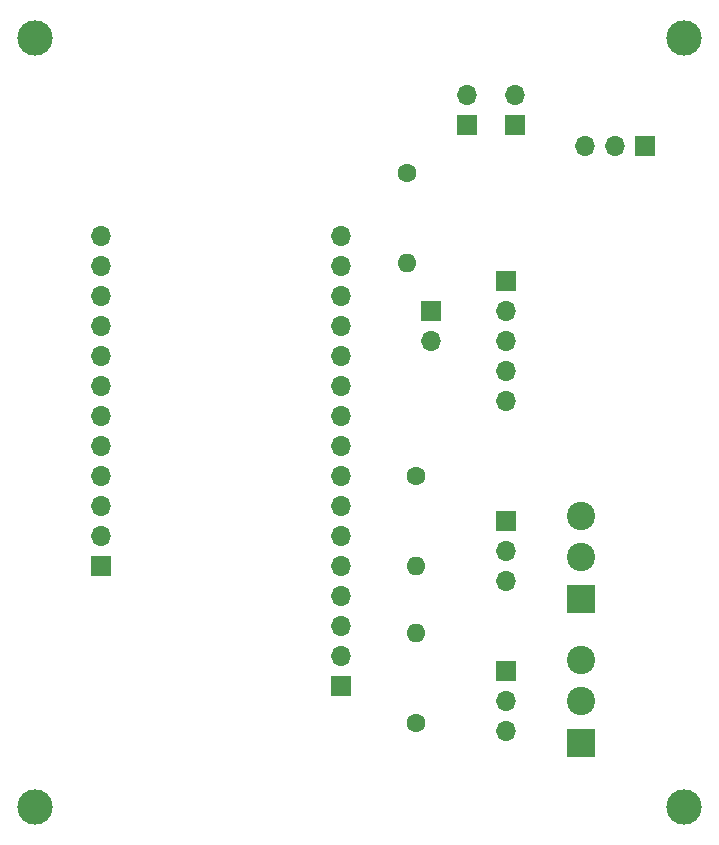
<source format=gbr>
G04 #@! TF.GenerationSoftware,KiCad,Pcbnew,5.0.2-bee76a0~70~ubuntu18.04.1*
G04 #@! TF.CreationDate,2019-07-28T20:07:08-04:00*
G04 #@! TF.ProjectId,knuth-gateway,6b6e7574-682d-4676-9174-657761792e6b,rev?*
G04 #@! TF.SameCoordinates,Original*
G04 #@! TF.FileFunction,Copper,L1,Top*
G04 #@! TF.FilePolarity,Positive*
%FSLAX46Y46*%
G04 Gerber Fmt 4.6, Leading zero omitted, Abs format (unit mm)*
G04 Created by KiCad (PCBNEW 5.0.2-bee76a0~70~ubuntu18.04.1) date Sun 28 Jul 2019 08:07:08 PM EDT*
%MOMM*%
%LPD*%
G01*
G04 APERTURE LIST*
G04 #@! TA.AperFunction,ComponentPad*
%ADD10R,1.700000X1.700000*%
G04 #@! TD*
G04 #@! TA.AperFunction,ComponentPad*
%ADD11O,1.700000X1.700000*%
G04 #@! TD*
G04 #@! TA.AperFunction,ComponentPad*
%ADD12O,1.600000X1.600000*%
G04 #@! TD*
G04 #@! TA.AperFunction,ComponentPad*
%ADD13C,1.600000*%
G04 #@! TD*
G04 #@! TA.AperFunction,ComponentPad*
%ADD14C,2.400000*%
G04 #@! TD*
G04 #@! TA.AperFunction,ComponentPad*
%ADD15R,2.400000X2.400000*%
G04 #@! TD*
G04 #@! TA.AperFunction,ViaPad*
%ADD16C,3.000000*%
G04 #@! TD*
G04 APERTURE END LIST*
D10*
G04 #@! TO.P,R_Delay1,1*
G04 #@! TO.N,GND*
X246380000Y-81280000D03*
D11*
G04 #@! TO.P,R_Delay1,2*
G04 #@! TO.N,Net-(R_Delay1-Pad2)*
X246380000Y-83820000D03*
G04 #@! TD*
D10*
G04 #@! TO.P,U4,1*
G04 #@! TO.N,SWITCHED_LOAD*
X252730000Y-78740000D03*
D11*
G04 #@! TO.P,U4,2*
G04 #@! TO.N,GND*
X252730000Y-81280000D03*
G04 #@! TO.P,U4,3*
G04 #@! TO.N,Net-(R_Delay1-Pad2)*
X252730000Y-83820000D03*
G04 #@! TO.P,U4,4*
G04 #@! TO.N,VBUS*
X252730000Y-86360000D03*
G04 #@! TO.P,U4,5*
G04 #@! TO.N,D10*
X252730000Y-88900000D03*
G04 #@! TD*
G04 #@! TO.P,1-Wire1,3*
G04 #@! TO.N,D5*
X252730000Y-116840000D03*
G04 #@! TO.P,1-Wire1,2*
G04 #@! TO.N,+3V3*
X252730000Y-114300000D03*
D10*
G04 #@! TO.P,1-Wire1,1*
G04 #@! TO.N,GND*
X252730000Y-111760000D03*
G04 #@! TD*
G04 #@! TO.P,EC-5,1*
G04 #@! TO.N,A0*
X252730000Y-99060000D03*
D11*
G04 #@! TO.P,EC-5,2*
G04 #@! TO.N,GND*
X252730000Y-101600000D03*
G04 #@! TO.P,EC-5,3*
G04 #@! TO.N,+3V3*
X252730000Y-104140000D03*
G04 #@! TD*
D10*
G04 #@! TO.P,J1,1*
G04 #@! TO.N,N/C*
X218440000Y-102870000D03*
D11*
G04 #@! TO.P,J1,2*
X218440000Y-100330000D03*
G04 #@! TO.P,J1,3*
G04 #@! TO.N,VBUS*
X218440000Y-97790000D03*
G04 #@! TO.P,J1,4*
G04 #@! TO.N,N/C*
X218440000Y-95250000D03*
G04 #@! TO.P,J1,5*
X218440000Y-92710000D03*
G04 #@! TO.P,J1,6*
X218440000Y-90170000D03*
G04 #@! TO.P,J1,7*
G04 #@! TO.N,D10*
X218440000Y-87630000D03*
G04 #@! TO.P,J1,8*
G04 #@! TO.N,N/C*
X218440000Y-85090000D03*
G04 #@! TO.P,J1,9*
X218440000Y-82550000D03*
G04 #@! TO.P,J1,10*
G04 #@! TO.N,D5*
X218440000Y-80010000D03*
G04 #@! TO.P,J1,11*
G04 #@! TO.N,N/C*
X218440000Y-77470000D03*
G04 #@! TO.P,J1,12*
X218440000Y-74930000D03*
G04 #@! TD*
D10*
G04 #@! TO.P,J2,1*
G04 #@! TO.N,N/C*
X238760000Y-113030000D03*
D11*
G04 #@! TO.P,J2,2*
G04 #@! TO.N,+3V3*
X238760000Y-110490000D03*
G04 #@! TO.P,J2,3*
G04 #@! TO.N,N/C*
X238760000Y-107950000D03*
G04 #@! TO.P,J2,4*
G04 #@! TO.N,GND*
X238760000Y-105410000D03*
G04 #@! TO.P,J2,5*
G04 #@! TO.N,A0*
X238760000Y-102870000D03*
G04 #@! TO.P,J2,6*
G04 #@! TO.N,N/C*
X238760000Y-100330000D03*
G04 #@! TO.P,J2,7*
X238760000Y-97790000D03*
G04 #@! TO.P,J2,8*
X238760000Y-95250000D03*
G04 #@! TO.P,J2,9*
X238760000Y-92710000D03*
G04 #@! TO.P,J2,10*
G04 #@! TO.N,A5*
X238760000Y-90170000D03*
G04 #@! TO.P,J2,11*
G04 #@! TO.N,N/C*
X238760000Y-87630000D03*
G04 #@! TO.P,J2,12*
X238760000Y-85090000D03*
G04 #@! TO.P,J2,13*
X238760000Y-82550000D03*
G04 #@! TO.P,J2,14*
X238760000Y-80010000D03*
G04 #@! TO.P,J2,15*
X238760000Y-77470000D03*
G04 #@! TO.P,J2,16*
X238760000Y-74930000D03*
G04 #@! TD*
D10*
G04 #@! TO.P,switch1,1*
G04 #@! TO.N,LOAD*
X264541000Y-67310000D03*
D11*
G04 #@! TO.P,switch1,2*
G04 #@! TO.N,SWITCHED_LOAD*
X262001000Y-67310000D03*
G04 #@! TO.P,switch1,3*
G04 #@! TO.N,N/C*
X259461000Y-67310000D03*
G04 #@! TD*
D12*
G04 #@! TO.P,RD1,2*
G04 #@! TO.N,A5*
X244348000Y-77216000D03*
D13*
G04 #@! TO.P,RD1,1*
G04 #@! TO.N,BATT*
X244348000Y-69596000D03*
G04 #@! TD*
G04 #@! TO.P,RD2,1*
G04 #@! TO.N,A5*
X245110000Y-95250000D03*
D12*
G04 #@! TO.P,RD2,2*
G04 #@! TO.N,GND*
X245110000Y-102870000D03*
G04 #@! TD*
D13*
G04 #@! TO.P,RP1,1*
G04 #@! TO.N,D5*
X245110000Y-116205000D03*
D12*
G04 #@! TO.P,RP1,2*
G04 #@! TO.N,+3V3*
X245110000Y-108585000D03*
G04 #@! TD*
D10*
G04 #@! TO.P,J3,1*
G04 #@! TO.N,BATT*
X249428000Y-65532000D03*
D11*
G04 #@! TO.P,J3,2*
G04 #@! TO.N,GND*
X249428000Y-62992000D03*
G04 #@! TD*
G04 #@! TO.P,J4,2*
G04 #@! TO.N,GND*
X253492000Y-62992000D03*
D10*
G04 #@! TO.P,J4,1*
G04 #@! TO.N,LOAD*
X253492000Y-65532000D03*
G04 #@! TD*
D14*
G04 #@! TO.P,J5,3*
G04 #@! TO.N,GND*
X259080000Y-110856000D03*
G04 #@! TO.P,J5,2*
G04 #@! TO.N,+3V3*
X259080000Y-114356000D03*
D15*
G04 #@! TO.P,J5,1*
G04 #@! TO.N,D5*
X259080000Y-117856000D03*
G04 #@! TD*
D14*
G04 #@! TO.P,J6,3*
G04 #@! TO.N,A0*
X259080000Y-98664000D03*
G04 #@! TO.P,J6,2*
G04 #@! TO.N,GND*
X259080000Y-102164000D03*
D15*
G04 #@! TO.P,J6,1*
G04 #@! TO.N,+3V3*
X259080000Y-105664000D03*
G04 #@! TD*
D16*
G04 #@! TO.N,*
X267843000Y-58166000D03*
X212852000Y-58166000D03*
X267843000Y-123317000D03*
X212852000Y-123317000D03*
G04 #@! TD*
M02*

</source>
